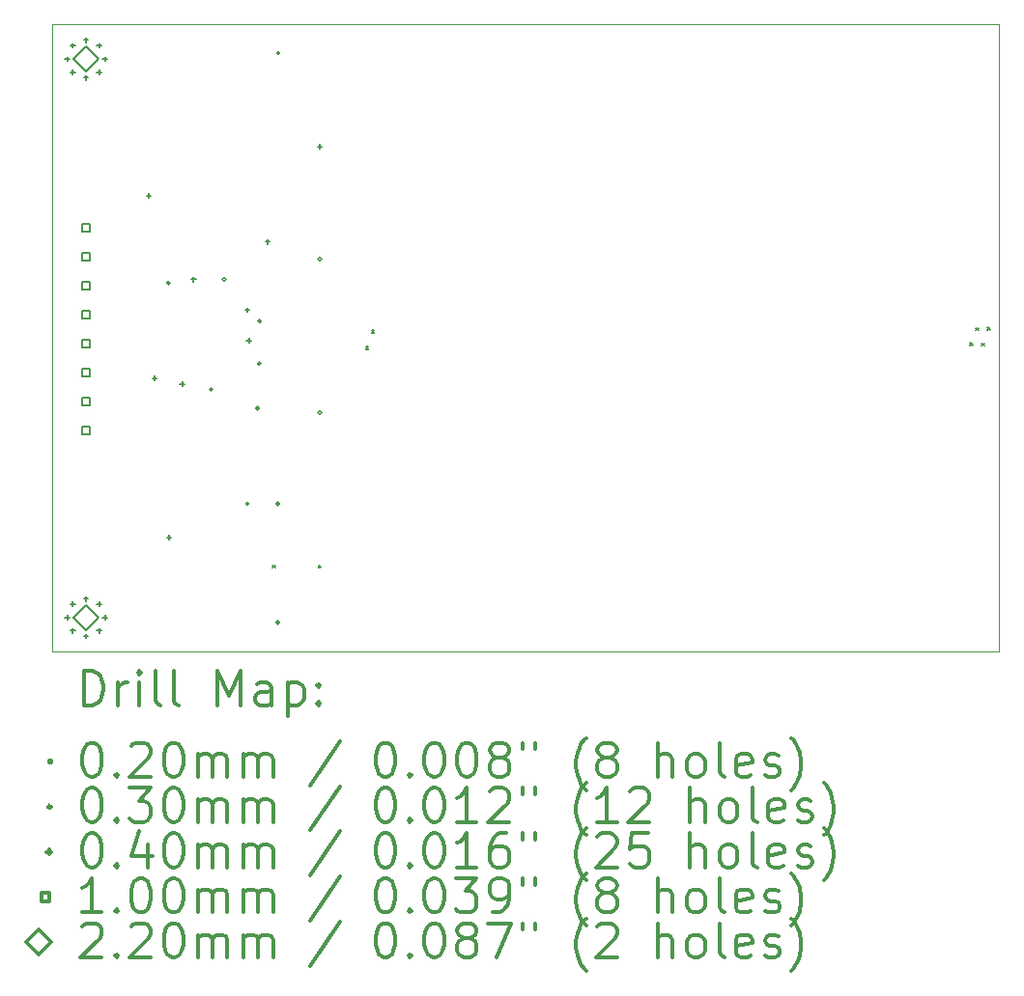
<source format=gbr>
%FSLAX45Y45*%
G04 Gerber Fmt 4.5, Leading zero omitted, Abs format (unit mm)*
G04 Created by KiCad (PCBNEW (5.1.2)-2) date 2023-01-06 17:13:01*
%MOMM*%
%LPD*%
G04 APERTURE LIST*
%ADD10C,0.100000*%
%ADD11C,0.200000*%
%ADD12C,0.300000*%
G04 APERTURE END LIST*
D10*
X16555000Y-12700000D02*
X8255000Y-12700000D01*
X16555000Y-7200000D02*
X16555000Y-12700000D01*
X8255000Y-7200000D02*
X16555000Y-7200000D01*
X8255000Y-12700000D02*
X8255000Y-7200000D01*
D11*
X10190640Y-11947050D02*
X10210640Y-11967050D01*
X10210640Y-11947050D02*
X10190640Y-11967050D01*
X10595770Y-11947050D02*
X10615770Y-11967050D01*
X10615770Y-11947050D02*
X10595770Y-11967050D01*
X11009600Y-10028080D02*
X11029600Y-10048080D01*
X11029600Y-10028080D02*
X11009600Y-10048080D01*
X11060400Y-9882030D02*
X11080400Y-9902030D01*
X11080400Y-9882030D02*
X11060400Y-9902030D01*
X16305500Y-9993790D02*
X16325500Y-10013790D01*
X16325500Y-9993790D02*
X16305500Y-10013790D01*
X16356300Y-9859170D02*
X16376300Y-9879170D01*
X16376300Y-9859170D02*
X16356300Y-9879170D01*
X16407100Y-9996330D02*
X16427100Y-10016330D01*
X16427100Y-9996330D02*
X16407100Y-10016330D01*
X16456630Y-9857900D02*
X16476630Y-9877900D01*
X16476630Y-9857900D02*
X16456630Y-9877900D01*
X9292236Y-9467964D02*
G75*
G03X9292236Y-9467964I-15000J0D01*
G01*
X9667000Y-10401300D02*
G75*
G03X9667000Y-10401300I-15000J0D01*
G01*
X9781300Y-9436100D02*
G75*
G03X9781300Y-9436100I-15000J0D01*
G01*
X9984500Y-11404600D02*
G75*
G03X9984500Y-11404600I-15000J0D01*
G01*
X10073400Y-10566400D02*
G75*
G03X10073400Y-10566400I-15000J0D01*
G01*
X10087370Y-10173970D02*
G75*
G03X10087370Y-10173970I-15000J0D01*
G01*
X10093720Y-9801860D02*
G75*
G03X10093720Y-9801860I-15000J0D01*
G01*
X10251200Y-11404600D02*
G75*
G03X10251200Y-11404600I-15000J0D01*
G01*
X10251200Y-12446000D02*
G75*
G03X10251200Y-12446000I-15000J0D01*
G01*
X10256100Y-7450000D02*
G75*
G03X10256100Y-7450000I-15000J0D01*
G01*
X10619500Y-9258300D02*
G75*
G03X10619500Y-9258300I-15000J0D01*
G01*
X10619500Y-10604500D02*
G75*
G03X10619500Y-10604500I-15000J0D01*
G01*
X9105900Y-8679500D02*
X9105900Y-8719500D01*
X9085900Y-8699500D02*
X9125900Y-8699500D01*
X9156700Y-10279700D02*
X9156700Y-10319700D01*
X9136700Y-10299700D02*
X9176700Y-10299700D01*
X9283700Y-11676700D02*
X9283700Y-11716700D01*
X9263700Y-11696700D02*
X9303700Y-11696700D01*
X9398000Y-10330500D02*
X9398000Y-10370500D01*
X9378000Y-10350500D02*
X9418000Y-10350500D01*
X9498639Y-9415139D02*
X9498639Y-9455139D01*
X9478639Y-9435139D02*
X9518639Y-9435139D01*
X9969500Y-9682800D02*
X9969500Y-9722800D01*
X9949500Y-9702800D02*
X9989500Y-9702800D01*
X9982200Y-9949500D02*
X9982200Y-9989500D01*
X9962200Y-9969500D02*
X10002200Y-9969500D01*
X10146400Y-9085000D02*
X10146400Y-9125000D01*
X10126400Y-9105000D02*
X10166400Y-9105000D01*
X10604500Y-8247700D02*
X10604500Y-8287700D01*
X10584500Y-8267700D02*
X10624500Y-8267700D01*
X8390000Y-12380000D02*
X8390000Y-12420000D01*
X8370000Y-12400000D02*
X8410000Y-12400000D01*
X8438327Y-12263327D02*
X8438327Y-12303327D01*
X8418327Y-12283327D02*
X8458327Y-12283327D01*
X8438327Y-12496673D02*
X8438327Y-12536673D01*
X8418327Y-12516673D02*
X8458327Y-12516673D01*
X8555000Y-12215000D02*
X8555000Y-12255000D01*
X8535000Y-12235000D02*
X8575000Y-12235000D01*
X8555000Y-12545000D02*
X8555000Y-12585000D01*
X8535000Y-12565000D02*
X8575000Y-12565000D01*
X8671673Y-12263327D02*
X8671673Y-12303327D01*
X8651673Y-12283327D02*
X8691673Y-12283327D01*
X8671673Y-12496673D02*
X8671673Y-12536673D01*
X8651673Y-12516673D02*
X8691673Y-12516673D01*
X8720000Y-12380000D02*
X8720000Y-12420000D01*
X8700000Y-12400000D02*
X8740000Y-12400000D01*
X8390000Y-7480000D02*
X8390000Y-7520000D01*
X8370000Y-7500000D02*
X8410000Y-7500000D01*
X8438327Y-7363327D02*
X8438327Y-7403327D01*
X8418327Y-7383327D02*
X8458327Y-7383327D01*
X8438327Y-7596673D02*
X8438327Y-7636673D01*
X8418327Y-7616673D02*
X8458327Y-7616673D01*
X8555000Y-7315000D02*
X8555000Y-7355000D01*
X8535000Y-7335000D02*
X8575000Y-7335000D01*
X8555000Y-7645000D02*
X8555000Y-7685000D01*
X8535000Y-7665000D02*
X8575000Y-7665000D01*
X8671673Y-7363327D02*
X8671673Y-7403327D01*
X8651673Y-7383327D02*
X8691673Y-7383327D01*
X8671673Y-7596673D02*
X8671673Y-7636673D01*
X8651673Y-7616673D02*
X8691673Y-7616673D01*
X8720000Y-7480000D02*
X8720000Y-7520000D01*
X8700000Y-7500000D02*
X8740000Y-7500000D01*
X8590356Y-9019356D02*
X8590356Y-8948644D01*
X8519644Y-8948644D01*
X8519644Y-9019356D01*
X8590356Y-9019356D01*
X8590356Y-9273356D02*
X8590356Y-9202644D01*
X8519644Y-9202644D01*
X8519644Y-9273356D01*
X8590356Y-9273356D01*
X8590356Y-9527356D02*
X8590356Y-9456644D01*
X8519644Y-9456644D01*
X8519644Y-9527356D01*
X8590356Y-9527356D01*
X8590356Y-9781356D02*
X8590356Y-9710644D01*
X8519644Y-9710644D01*
X8519644Y-9781356D01*
X8590356Y-9781356D01*
X8590356Y-10035356D02*
X8590356Y-9964644D01*
X8519644Y-9964644D01*
X8519644Y-10035356D01*
X8590356Y-10035356D01*
X8590356Y-10289356D02*
X8590356Y-10218644D01*
X8519644Y-10218644D01*
X8519644Y-10289356D01*
X8590356Y-10289356D01*
X8590356Y-10543356D02*
X8590356Y-10472644D01*
X8519644Y-10472644D01*
X8519644Y-10543356D01*
X8590356Y-10543356D01*
X8590356Y-10797356D02*
X8590356Y-10726644D01*
X8519644Y-10726644D01*
X8519644Y-10797356D01*
X8590356Y-10797356D01*
X8555000Y-12510000D02*
X8665000Y-12400000D01*
X8555000Y-12290000D01*
X8445000Y-12400000D01*
X8555000Y-12510000D01*
X8555000Y-7610000D02*
X8665000Y-7500000D01*
X8555000Y-7390000D01*
X8445000Y-7500000D01*
X8555000Y-7610000D01*
D12*
X8536428Y-13170714D02*
X8536428Y-12870714D01*
X8607857Y-12870714D01*
X8650714Y-12885000D01*
X8679286Y-12913571D01*
X8693571Y-12942143D01*
X8707857Y-12999286D01*
X8707857Y-13042143D01*
X8693571Y-13099286D01*
X8679286Y-13127857D01*
X8650714Y-13156429D01*
X8607857Y-13170714D01*
X8536428Y-13170714D01*
X8836428Y-13170714D02*
X8836428Y-12970714D01*
X8836428Y-13027857D02*
X8850714Y-12999286D01*
X8865000Y-12985000D01*
X8893571Y-12970714D01*
X8922143Y-12970714D01*
X9022143Y-13170714D02*
X9022143Y-12970714D01*
X9022143Y-12870714D02*
X9007857Y-12885000D01*
X9022143Y-12899286D01*
X9036428Y-12885000D01*
X9022143Y-12870714D01*
X9022143Y-12899286D01*
X9207857Y-13170714D02*
X9179286Y-13156429D01*
X9165000Y-13127857D01*
X9165000Y-12870714D01*
X9365000Y-13170714D02*
X9336428Y-13156429D01*
X9322143Y-13127857D01*
X9322143Y-12870714D01*
X9707857Y-13170714D02*
X9707857Y-12870714D01*
X9807857Y-13085000D01*
X9907857Y-12870714D01*
X9907857Y-13170714D01*
X10179286Y-13170714D02*
X10179286Y-13013571D01*
X10165000Y-12985000D01*
X10136428Y-12970714D01*
X10079286Y-12970714D01*
X10050714Y-12985000D01*
X10179286Y-13156429D02*
X10150714Y-13170714D01*
X10079286Y-13170714D01*
X10050714Y-13156429D01*
X10036428Y-13127857D01*
X10036428Y-13099286D01*
X10050714Y-13070714D01*
X10079286Y-13056429D01*
X10150714Y-13056429D01*
X10179286Y-13042143D01*
X10322143Y-12970714D02*
X10322143Y-13270714D01*
X10322143Y-12985000D02*
X10350714Y-12970714D01*
X10407857Y-12970714D01*
X10436428Y-12985000D01*
X10450714Y-12999286D01*
X10465000Y-13027857D01*
X10465000Y-13113571D01*
X10450714Y-13142143D01*
X10436428Y-13156429D01*
X10407857Y-13170714D01*
X10350714Y-13170714D01*
X10322143Y-13156429D01*
X10593571Y-13142143D02*
X10607857Y-13156429D01*
X10593571Y-13170714D01*
X10579286Y-13156429D01*
X10593571Y-13142143D01*
X10593571Y-13170714D01*
X10593571Y-12985000D02*
X10607857Y-12999286D01*
X10593571Y-13013571D01*
X10579286Y-12999286D01*
X10593571Y-12985000D01*
X10593571Y-13013571D01*
X8230000Y-13655000D02*
X8250000Y-13675000D01*
X8250000Y-13655000D02*
X8230000Y-13675000D01*
X8593571Y-13500714D02*
X8622143Y-13500714D01*
X8650714Y-13515000D01*
X8665000Y-13529286D01*
X8679286Y-13557857D01*
X8693571Y-13615000D01*
X8693571Y-13686429D01*
X8679286Y-13743571D01*
X8665000Y-13772143D01*
X8650714Y-13786429D01*
X8622143Y-13800714D01*
X8593571Y-13800714D01*
X8565000Y-13786429D01*
X8550714Y-13772143D01*
X8536428Y-13743571D01*
X8522143Y-13686429D01*
X8522143Y-13615000D01*
X8536428Y-13557857D01*
X8550714Y-13529286D01*
X8565000Y-13515000D01*
X8593571Y-13500714D01*
X8822143Y-13772143D02*
X8836428Y-13786429D01*
X8822143Y-13800714D01*
X8807857Y-13786429D01*
X8822143Y-13772143D01*
X8822143Y-13800714D01*
X8950714Y-13529286D02*
X8965000Y-13515000D01*
X8993571Y-13500714D01*
X9065000Y-13500714D01*
X9093571Y-13515000D01*
X9107857Y-13529286D01*
X9122143Y-13557857D01*
X9122143Y-13586429D01*
X9107857Y-13629286D01*
X8936428Y-13800714D01*
X9122143Y-13800714D01*
X9307857Y-13500714D02*
X9336428Y-13500714D01*
X9365000Y-13515000D01*
X9379286Y-13529286D01*
X9393571Y-13557857D01*
X9407857Y-13615000D01*
X9407857Y-13686429D01*
X9393571Y-13743571D01*
X9379286Y-13772143D01*
X9365000Y-13786429D01*
X9336428Y-13800714D01*
X9307857Y-13800714D01*
X9279286Y-13786429D01*
X9265000Y-13772143D01*
X9250714Y-13743571D01*
X9236428Y-13686429D01*
X9236428Y-13615000D01*
X9250714Y-13557857D01*
X9265000Y-13529286D01*
X9279286Y-13515000D01*
X9307857Y-13500714D01*
X9536428Y-13800714D02*
X9536428Y-13600714D01*
X9536428Y-13629286D02*
X9550714Y-13615000D01*
X9579286Y-13600714D01*
X9622143Y-13600714D01*
X9650714Y-13615000D01*
X9665000Y-13643571D01*
X9665000Y-13800714D01*
X9665000Y-13643571D02*
X9679286Y-13615000D01*
X9707857Y-13600714D01*
X9750714Y-13600714D01*
X9779286Y-13615000D01*
X9793571Y-13643571D01*
X9793571Y-13800714D01*
X9936428Y-13800714D02*
X9936428Y-13600714D01*
X9936428Y-13629286D02*
X9950714Y-13615000D01*
X9979286Y-13600714D01*
X10022143Y-13600714D01*
X10050714Y-13615000D01*
X10065000Y-13643571D01*
X10065000Y-13800714D01*
X10065000Y-13643571D02*
X10079286Y-13615000D01*
X10107857Y-13600714D01*
X10150714Y-13600714D01*
X10179286Y-13615000D01*
X10193571Y-13643571D01*
X10193571Y-13800714D01*
X10779286Y-13486429D02*
X10522143Y-13872143D01*
X11165000Y-13500714D02*
X11193571Y-13500714D01*
X11222143Y-13515000D01*
X11236428Y-13529286D01*
X11250714Y-13557857D01*
X11265000Y-13615000D01*
X11265000Y-13686429D01*
X11250714Y-13743571D01*
X11236428Y-13772143D01*
X11222143Y-13786429D01*
X11193571Y-13800714D01*
X11165000Y-13800714D01*
X11136428Y-13786429D01*
X11122143Y-13772143D01*
X11107857Y-13743571D01*
X11093571Y-13686429D01*
X11093571Y-13615000D01*
X11107857Y-13557857D01*
X11122143Y-13529286D01*
X11136428Y-13515000D01*
X11165000Y-13500714D01*
X11393571Y-13772143D02*
X11407857Y-13786429D01*
X11393571Y-13800714D01*
X11379286Y-13786429D01*
X11393571Y-13772143D01*
X11393571Y-13800714D01*
X11593571Y-13500714D02*
X11622143Y-13500714D01*
X11650714Y-13515000D01*
X11665000Y-13529286D01*
X11679286Y-13557857D01*
X11693571Y-13615000D01*
X11693571Y-13686429D01*
X11679286Y-13743571D01*
X11665000Y-13772143D01*
X11650714Y-13786429D01*
X11622143Y-13800714D01*
X11593571Y-13800714D01*
X11565000Y-13786429D01*
X11550714Y-13772143D01*
X11536428Y-13743571D01*
X11522143Y-13686429D01*
X11522143Y-13615000D01*
X11536428Y-13557857D01*
X11550714Y-13529286D01*
X11565000Y-13515000D01*
X11593571Y-13500714D01*
X11879286Y-13500714D02*
X11907857Y-13500714D01*
X11936428Y-13515000D01*
X11950714Y-13529286D01*
X11965000Y-13557857D01*
X11979286Y-13615000D01*
X11979286Y-13686429D01*
X11965000Y-13743571D01*
X11950714Y-13772143D01*
X11936428Y-13786429D01*
X11907857Y-13800714D01*
X11879286Y-13800714D01*
X11850714Y-13786429D01*
X11836428Y-13772143D01*
X11822143Y-13743571D01*
X11807857Y-13686429D01*
X11807857Y-13615000D01*
X11822143Y-13557857D01*
X11836428Y-13529286D01*
X11850714Y-13515000D01*
X11879286Y-13500714D01*
X12150714Y-13629286D02*
X12122143Y-13615000D01*
X12107857Y-13600714D01*
X12093571Y-13572143D01*
X12093571Y-13557857D01*
X12107857Y-13529286D01*
X12122143Y-13515000D01*
X12150714Y-13500714D01*
X12207857Y-13500714D01*
X12236428Y-13515000D01*
X12250714Y-13529286D01*
X12265000Y-13557857D01*
X12265000Y-13572143D01*
X12250714Y-13600714D01*
X12236428Y-13615000D01*
X12207857Y-13629286D01*
X12150714Y-13629286D01*
X12122143Y-13643571D01*
X12107857Y-13657857D01*
X12093571Y-13686429D01*
X12093571Y-13743571D01*
X12107857Y-13772143D01*
X12122143Y-13786429D01*
X12150714Y-13800714D01*
X12207857Y-13800714D01*
X12236428Y-13786429D01*
X12250714Y-13772143D01*
X12265000Y-13743571D01*
X12265000Y-13686429D01*
X12250714Y-13657857D01*
X12236428Y-13643571D01*
X12207857Y-13629286D01*
X12379286Y-13500714D02*
X12379286Y-13557857D01*
X12493571Y-13500714D02*
X12493571Y-13557857D01*
X12936428Y-13915000D02*
X12922143Y-13900714D01*
X12893571Y-13857857D01*
X12879286Y-13829286D01*
X12865000Y-13786429D01*
X12850714Y-13715000D01*
X12850714Y-13657857D01*
X12865000Y-13586429D01*
X12879286Y-13543571D01*
X12893571Y-13515000D01*
X12922143Y-13472143D01*
X12936428Y-13457857D01*
X13093571Y-13629286D02*
X13065000Y-13615000D01*
X13050714Y-13600714D01*
X13036428Y-13572143D01*
X13036428Y-13557857D01*
X13050714Y-13529286D01*
X13065000Y-13515000D01*
X13093571Y-13500714D01*
X13150714Y-13500714D01*
X13179286Y-13515000D01*
X13193571Y-13529286D01*
X13207857Y-13557857D01*
X13207857Y-13572143D01*
X13193571Y-13600714D01*
X13179286Y-13615000D01*
X13150714Y-13629286D01*
X13093571Y-13629286D01*
X13065000Y-13643571D01*
X13050714Y-13657857D01*
X13036428Y-13686429D01*
X13036428Y-13743571D01*
X13050714Y-13772143D01*
X13065000Y-13786429D01*
X13093571Y-13800714D01*
X13150714Y-13800714D01*
X13179286Y-13786429D01*
X13193571Y-13772143D01*
X13207857Y-13743571D01*
X13207857Y-13686429D01*
X13193571Y-13657857D01*
X13179286Y-13643571D01*
X13150714Y-13629286D01*
X13565000Y-13800714D02*
X13565000Y-13500714D01*
X13693571Y-13800714D02*
X13693571Y-13643571D01*
X13679286Y-13615000D01*
X13650714Y-13600714D01*
X13607857Y-13600714D01*
X13579286Y-13615000D01*
X13565000Y-13629286D01*
X13879286Y-13800714D02*
X13850714Y-13786429D01*
X13836428Y-13772143D01*
X13822143Y-13743571D01*
X13822143Y-13657857D01*
X13836428Y-13629286D01*
X13850714Y-13615000D01*
X13879286Y-13600714D01*
X13922143Y-13600714D01*
X13950714Y-13615000D01*
X13965000Y-13629286D01*
X13979286Y-13657857D01*
X13979286Y-13743571D01*
X13965000Y-13772143D01*
X13950714Y-13786429D01*
X13922143Y-13800714D01*
X13879286Y-13800714D01*
X14150714Y-13800714D02*
X14122143Y-13786429D01*
X14107857Y-13757857D01*
X14107857Y-13500714D01*
X14379286Y-13786429D02*
X14350714Y-13800714D01*
X14293571Y-13800714D01*
X14265000Y-13786429D01*
X14250714Y-13757857D01*
X14250714Y-13643571D01*
X14265000Y-13615000D01*
X14293571Y-13600714D01*
X14350714Y-13600714D01*
X14379286Y-13615000D01*
X14393571Y-13643571D01*
X14393571Y-13672143D01*
X14250714Y-13700714D01*
X14507857Y-13786429D02*
X14536428Y-13800714D01*
X14593571Y-13800714D01*
X14622143Y-13786429D01*
X14636428Y-13757857D01*
X14636428Y-13743571D01*
X14622143Y-13715000D01*
X14593571Y-13700714D01*
X14550714Y-13700714D01*
X14522143Y-13686429D01*
X14507857Y-13657857D01*
X14507857Y-13643571D01*
X14522143Y-13615000D01*
X14550714Y-13600714D01*
X14593571Y-13600714D01*
X14622143Y-13615000D01*
X14736428Y-13915000D02*
X14750714Y-13900714D01*
X14779286Y-13857857D01*
X14793571Y-13829286D01*
X14807857Y-13786429D01*
X14822143Y-13715000D01*
X14822143Y-13657857D01*
X14807857Y-13586429D01*
X14793571Y-13543571D01*
X14779286Y-13515000D01*
X14750714Y-13472143D01*
X14736428Y-13457857D01*
X8250000Y-14061000D02*
G75*
G03X8250000Y-14061000I-15000J0D01*
G01*
X8593571Y-13896714D02*
X8622143Y-13896714D01*
X8650714Y-13911000D01*
X8665000Y-13925286D01*
X8679286Y-13953857D01*
X8693571Y-14011000D01*
X8693571Y-14082429D01*
X8679286Y-14139571D01*
X8665000Y-14168143D01*
X8650714Y-14182429D01*
X8622143Y-14196714D01*
X8593571Y-14196714D01*
X8565000Y-14182429D01*
X8550714Y-14168143D01*
X8536428Y-14139571D01*
X8522143Y-14082429D01*
X8522143Y-14011000D01*
X8536428Y-13953857D01*
X8550714Y-13925286D01*
X8565000Y-13911000D01*
X8593571Y-13896714D01*
X8822143Y-14168143D02*
X8836428Y-14182429D01*
X8822143Y-14196714D01*
X8807857Y-14182429D01*
X8822143Y-14168143D01*
X8822143Y-14196714D01*
X8936428Y-13896714D02*
X9122143Y-13896714D01*
X9022143Y-14011000D01*
X9065000Y-14011000D01*
X9093571Y-14025286D01*
X9107857Y-14039571D01*
X9122143Y-14068143D01*
X9122143Y-14139571D01*
X9107857Y-14168143D01*
X9093571Y-14182429D01*
X9065000Y-14196714D01*
X8979286Y-14196714D01*
X8950714Y-14182429D01*
X8936428Y-14168143D01*
X9307857Y-13896714D02*
X9336428Y-13896714D01*
X9365000Y-13911000D01*
X9379286Y-13925286D01*
X9393571Y-13953857D01*
X9407857Y-14011000D01*
X9407857Y-14082429D01*
X9393571Y-14139571D01*
X9379286Y-14168143D01*
X9365000Y-14182429D01*
X9336428Y-14196714D01*
X9307857Y-14196714D01*
X9279286Y-14182429D01*
X9265000Y-14168143D01*
X9250714Y-14139571D01*
X9236428Y-14082429D01*
X9236428Y-14011000D01*
X9250714Y-13953857D01*
X9265000Y-13925286D01*
X9279286Y-13911000D01*
X9307857Y-13896714D01*
X9536428Y-14196714D02*
X9536428Y-13996714D01*
X9536428Y-14025286D02*
X9550714Y-14011000D01*
X9579286Y-13996714D01*
X9622143Y-13996714D01*
X9650714Y-14011000D01*
X9665000Y-14039571D01*
X9665000Y-14196714D01*
X9665000Y-14039571D02*
X9679286Y-14011000D01*
X9707857Y-13996714D01*
X9750714Y-13996714D01*
X9779286Y-14011000D01*
X9793571Y-14039571D01*
X9793571Y-14196714D01*
X9936428Y-14196714D02*
X9936428Y-13996714D01*
X9936428Y-14025286D02*
X9950714Y-14011000D01*
X9979286Y-13996714D01*
X10022143Y-13996714D01*
X10050714Y-14011000D01*
X10065000Y-14039571D01*
X10065000Y-14196714D01*
X10065000Y-14039571D02*
X10079286Y-14011000D01*
X10107857Y-13996714D01*
X10150714Y-13996714D01*
X10179286Y-14011000D01*
X10193571Y-14039571D01*
X10193571Y-14196714D01*
X10779286Y-13882429D02*
X10522143Y-14268143D01*
X11165000Y-13896714D02*
X11193571Y-13896714D01*
X11222143Y-13911000D01*
X11236428Y-13925286D01*
X11250714Y-13953857D01*
X11265000Y-14011000D01*
X11265000Y-14082429D01*
X11250714Y-14139571D01*
X11236428Y-14168143D01*
X11222143Y-14182429D01*
X11193571Y-14196714D01*
X11165000Y-14196714D01*
X11136428Y-14182429D01*
X11122143Y-14168143D01*
X11107857Y-14139571D01*
X11093571Y-14082429D01*
X11093571Y-14011000D01*
X11107857Y-13953857D01*
X11122143Y-13925286D01*
X11136428Y-13911000D01*
X11165000Y-13896714D01*
X11393571Y-14168143D02*
X11407857Y-14182429D01*
X11393571Y-14196714D01*
X11379286Y-14182429D01*
X11393571Y-14168143D01*
X11393571Y-14196714D01*
X11593571Y-13896714D02*
X11622143Y-13896714D01*
X11650714Y-13911000D01*
X11665000Y-13925286D01*
X11679286Y-13953857D01*
X11693571Y-14011000D01*
X11693571Y-14082429D01*
X11679286Y-14139571D01*
X11665000Y-14168143D01*
X11650714Y-14182429D01*
X11622143Y-14196714D01*
X11593571Y-14196714D01*
X11565000Y-14182429D01*
X11550714Y-14168143D01*
X11536428Y-14139571D01*
X11522143Y-14082429D01*
X11522143Y-14011000D01*
X11536428Y-13953857D01*
X11550714Y-13925286D01*
X11565000Y-13911000D01*
X11593571Y-13896714D01*
X11979286Y-14196714D02*
X11807857Y-14196714D01*
X11893571Y-14196714D02*
X11893571Y-13896714D01*
X11865000Y-13939571D01*
X11836428Y-13968143D01*
X11807857Y-13982429D01*
X12093571Y-13925286D02*
X12107857Y-13911000D01*
X12136428Y-13896714D01*
X12207857Y-13896714D01*
X12236428Y-13911000D01*
X12250714Y-13925286D01*
X12265000Y-13953857D01*
X12265000Y-13982429D01*
X12250714Y-14025286D01*
X12079286Y-14196714D01*
X12265000Y-14196714D01*
X12379286Y-13896714D02*
X12379286Y-13953857D01*
X12493571Y-13896714D02*
X12493571Y-13953857D01*
X12936428Y-14311000D02*
X12922143Y-14296714D01*
X12893571Y-14253857D01*
X12879286Y-14225286D01*
X12865000Y-14182429D01*
X12850714Y-14111000D01*
X12850714Y-14053857D01*
X12865000Y-13982429D01*
X12879286Y-13939571D01*
X12893571Y-13911000D01*
X12922143Y-13868143D01*
X12936428Y-13853857D01*
X13207857Y-14196714D02*
X13036428Y-14196714D01*
X13122143Y-14196714D02*
X13122143Y-13896714D01*
X13093571Y-13939571D01*
X13065000Y-13968143D01*
X13036428Y-13982429D01*
X13322143Y-13925286D02*
X13336428Y-13911000D01*
X13365000Y-13896714D01*
X13436428Y-13896714D01*
X13465000Y-13911000D01*
X13479286Y-13925286D01*
X13493571Y-13953857D01*
X13493571Y-13982429D01*
X13479286Y-14025286D01*
X13307857Y-14196714D01*
X13493571Y-14196714D01*
X13850714Y-14196714D02*
X13850714Y-13896714D01*
X13979286Y-14196714D02*
X13979286Y-14039571D01*
X13965000Y-14011000D01*
X13936428Y-13996714D01*
X13893571Y-13996714D01*
X13865000Y-14011000D01*
X13850714Y-14025286D01*
X14165000Y-14196714D02*
X14136428Y-14182429D01*
X14122143Y-14168143D01*
X14107857Y-14139571D01*
X14107857Y-14053857D01*
X14122143Y-14025286D01*
X14136428Y-14011000D01*
X14165000Y-13996714D01*
X14207857Y-13996714D01*
X14236428Y-14011000D01*
X14250714Y-14025286D01*
X14265000Y-14053857D01*
X14265000Y-14139571D01*
X14250714Y-14168143D01*
X14236428Y-14182429D01*
X14207857Y-14196714D01*
X14165000Y-14196714D01*
X14436428Y-14196714D02*
X14407857Y-14182429D01*
X14393571Y-14153857D01*
X14393571Y-13896714D01*
X14665000Y-14182429D02*
X14636428Y-14196714D01*
X14579286Y-14196714D01*
X14550714Y-14182429D01*
X14536428Y-14153857D01*
X14536428Y-14039571D01*
X14550714Y-14011000D01*
X14579286Y-13996714D01*
X14636428Y-13996714D01*
X14665000Y-14011000D01*
X14679286Y-14039571D01*
X14679286Y-14068143D01*
X14536428Y-14096714D01*
X14793571Y-14182429D02*
X14822143Y-14196714D01*
X14879286Y-14196714D01*
X14907857Y-14182429D01*
X14922143Y-14153857D01*
X14922143Y-14139571D01*
X14907857Y-14111000D01*
X14879286Y-14096714D01*
X14836428Y-14096714D01*
X14807857Y-14082429D01*
X14793571Y-14053857D01*
X14793571Y-14039571D01*
X14807857Y-14011000D01*
X14836428Y-13996714D01*
X14879286Y-13996714D01*
X14907857Y-14011000D01*
X15022143Y-14311000D02*
X15036428Y-14296714D01*
X15065000Y-14253857D01*
X15079286Y-14225286D01*
X15093571Y-14182429D01*
X15107857Y-14111000D01*
X15107857Y-14053857D01*
X15093571Y-13982429D01*
X15079286Y-13939571D01*
X15065000Y-13911000D01*
X15036428Y-13868143D01*
X15022143Y-13853857D01*
X8230000Y-14437000D02*
X8230000Y-14477000D01*
X8210000Y-14457000D02*
X8250000Y-14457000D01*
X8593571Y-14292714D02*
X8622143Y-14292714D01*
X8650714Y-14307000D01*
X8665000Y-14321286D01*
X8679286Y-14349857D01*
X8693571Y-14407000D01*
X8693571Y-14478429D01*
X8679286Y-14535571D01*
X8665000Y-14564143D01*
X8650714Y-14578429D01*
X8622143Y-14592714D01*
X8593571Y-14592714D01*
X8565000Y-14578429D01*
X8550714Y-14564143D01*
X8536428Y-14535571D01*
X8522143Y-14478429D01*
X8522143Y-14407000D01*
X8536428Y-14349857D01*
X8550714Y-14321286D01*
X8565000Y-14307000D01*
X8593571Y-14292714D01*
X8822143Y-14564143D02*
X8836428Y-14578429D01*
X8822143Y-14592714D01*
X8807857Y-14578429D01*
X8822143Y-14564143D01*
X8822143Y-14592714D01*
X9093571Y-14392714D02*
X9093571Y-14592714D01*
X9022143Y-14278429D02*
X8950714Y-14492714D01*
X9136428Y-14492714D01*
X9307857Y-14292714D02*
X9336428Y-14292714D01*
X9365000Y-14307000D01*
X9379286Y-14321286D01*
X9393571Y-14349857D01*
X9407857Y-14407000D01*
X9407857Y-14478429D01*
X9393571Y-14535571D01*
X9379286Y-14564143D01*
X9365000Y-14578429D01*
X9336428Y-14592714D01*
X9307857Y-14592714D01*
X9279286Y-14578429D01*
X9265000Y-14564143D01*
X9250714Y-14535571D01*
X9236428Y-14478429D01*
X9236428Y-14407000D01*
X9250714Y-14349857D01*
X9265000Y-14321286D01*
X9279286Y-14307000D01*
X9307857Y-14292714D01*
X9536428Y-14592714D02*
X9536428Y-14392714D01*
X9536428Y-14421286D02*
X9550714Y-14407000D01*
X9579286Y-14392714D01*
X9622143Y-14392714D01*
X9650714Y-14407000D01*
X9665000Y-14435571D01*
X9665000Y-14592714D01*
X9665000Y-14435571D02*
X9679286Y-14407000D01*
X9707857Y-14392714D01*
X9750714Y-14392714D01*
X9779286Y-14407000D01*
X9793571Y-14435571D01*
X9793571Y-14592714D01*
X9936428Y-14592714D02*
X9936428Y-14392714D01*
X9936428Y-14421286D02*
X9950714Y-14407000D01*
X9979286Y-14392714D01*
X10022143Y-14392714D01*
X10050714Y-14407000D01*
X10065000Y-14435571D01*
X10065000Y-14592714D01*
X10065000Y-14435571D02*
X10079286Y-14407000D01*
X10107857Y-14392714D01*
X10150714Y-14392714D01*
X10179286Y-14407000D01*
X10193571Y-14435571D01*
X10193571Y-14592714D01*
X10779286Y-14278429D02*
X10522143Y-14664143D01*
X11165000Y-14292714D02*
X11193571Y-14292714D01*
X11222143Y-14307000D01*
X11236428Y-14321286D01*
X11250714Y-14349857D01*
X11265000Y-14407000D01*
X11265000Y-14478429D01*
X11250714Y-14535571D01*
X11236428Y-14564143D01*
X11222143Y-14578429D01*
X11193571Y-14592714D01*
X11165000Y-14592714D01*
X11136428Y-14578429D01*
X11122143Y-14564143D01*
X11107857Y-14535571D01*
X11093571Y-14478429D01*
X11093571Y-14407000D01*
X11107857Y-14349857D01*
X11122143Y-14321286D01*
X11136428Y-14307000D01*
X11165000Y-14292714D01*
X11393571Y-14564143D02*
X11407857Y-14578429D01*
X11393571Y-14592714D01*
X11379286Y-14578429D01*
X11393571Y-14564143D01*
X11393571Y-14592714D01*
X11593571Y-14292714D02*
X11622143Y-14292714D01*
X11650714Y-14307000D01*
X11665000Y-14321286D01*
X11679286Y-14349857D01*
X11693571Y-14407000D01*
X11693571Y-14478429D01*
X11679286Y-14535571D01*
X11665000Y-14564143D01*
X11650714Y-14578429D01*
X11622143Y-14592714D01*
X11593571Y-14592714D01*
X11565000Y-14578429D01*
X11550714Y-14564143D01*
X11536428Y-14535571D01*
X11522143Y-14478429D01*
X11522143Y-14407000D01*
X11536428Y-14349857D01*
X11550714Y-14321286D01*
X11565000Y-14307000D01*
X11593571Y-14292714D01*
X11979286Y-14592714D02*
X11807857Y-14592714D01*
X11893571Y-14592714D02*
X11893571Y-14292714D01*
X11865000Y-14335571D01*
X11836428Y-14364143D01*
X11807857Y-14378429D01*
X12236428Y-14292714D02*
X12179286Y-14292714D01*
X12150714Y-14307000D01*
X12136428Y-14321286D01*
X12107857Y-14364143D01*
X12093571Y-14421286D01*
X12093571Y-14535571D01*
X12107857Y-14564143D01*
X12122143Y-14578429D01*
X12150714Y-14592714D01*
X12207857Y-14592714D01*
X12236428Y-14578429D01*
X12250714Y-14564143D01*
X12265000Y-14535571D01*
X12265000Y-14464143D01*
X12250714Y-14435571D01*
X12236428Y-14421286D01*
X12207857Y-14407000D01*
X12150714Y-14407000D01*
X12122143Y-14421286D01*
X12107857Y-14435571D01*
X12093571Y-14464143D01*
X12379286Y-14292714D02*
X12379286Y-14349857D01*
X12493571Y-14292714D02*
X12493571Y-14349857D01*
X12936428Y-14707000D02*
X12922143Y-14692714D01*
X12893571Y-14649857D01*
X12879286Y-14621286D01*
X12865000Y-14578429D01*
X12850714Y-14507000D01*
X12850714Y-14449857D01*
X12865000Y-14378429D01*
X12879286Y-14335571D01*
X12893571Y-14307000D01*
X12922143Y-14264143D01*
X12936428Y-14249857D01*
X13036428Y-14321286D02*
X13050714Y-14307000D01*
X13079286Y-14292714D01*
X13150714Y-14292714D01*
X13179286Y-14307000D01*
X13193571Y-14321286D01*
X13207857Y-14349857D01*
X13207857Y-14378429D01*
X13193571Y-14421286D01*
X13022143Y-14592714D01*
X13207857Y-14592714D01*
X13479286Y-14292714D02*
X13336428Y-14292714D01*
X13322143Y-14435571D01*
X13336428Y-14421286D01*
X13365000Y-14407000D01*
X13436428Y-14407000D01*
X13465000Y-14421286D01*
X13479286Y-14435571D01*
X13493571Y-14464143D01*
X13493571Y-14535571D01*
X13479286Y-14564143D01*
X13465000Y-14578429D01*
X13436428Y-14592714D01*
X13365000Y-14592714D01*
X13336428Y-14578429D01*
X13322143Y-14564143D01*
X13850714Y-14592714D02*
X13850714Y-14292714D01*
X13979286Y-14592714D02*
X13979286Y-14435571D01*
X13965000Y-14407000D01*
X13936428Y-14392714D01*
X13893571Y-14392714D01*
X13865000Y-14407000D01*
X13850714Y-14421286D01*
X14165000Y-14592714D02*
X14136428Y-14578429D01*
X14122143Y-14564143D01*
X14107857Y-14535571D01*
X14107857Y-14449857D01*
X14122143Y-14421286D01*
X14136428Y-14407000D01*
X14165000Y-14392714D01*
X14207857Y-14392714D01*
X14236428Y-14407000D01*
X14250714Y-14421286D01*
X14265000Y-14449857D01*
X14265000Y-14535571D01*
X14250714Y-14564143D01*
X14236428Y-14578429D01*
X14207857Y-14592714D01*
X14165000Y-14592714D01*
X14436428Y-14592714D02*
X14407857Y-14578429D01*
X14393571Y-14549857D01*
X14393571Y-14292714D01*
X14665000Y-14578429D02*
X14636428Y-14592714D01*
X14579286Y-14592714D01*
X14550714Y-14578429D01*
X14536428Y-14549857D01*
X14536428Y-14435571D01*
X14550714Y-14407000D01*
X14579286Y-14392714D01*
X14636428Y-14392714D01*
X14665000Y-14407000D01*
X14679286Y-14435571D01*
X14679286Y-14464143D01*
X14536428Y-14492714D01*
X14793571Y-14578429D02*
X14822143Y-14592714D01*
X14879286Y-14592714D01*
X14907857Y-14578429D01*
X14922143Y-14549857D01*
X14922143Y-14535571D01*
X14907857Y-14507000D01*
X14879286Y-14492714D01*
X14836428Y-14492714D01*
X14807857Y-14478429D01*
X14793571Y-14449857D01*
X14793571Y-14435571D01*
X14807857Y-14407000D01*
X14836428Y-14392714D01*
X14879286Y-14392714D01*
X14907857Y-14407000D01*
X15022143Y-14707000D02*
X15036428Y-14692714D01*
X15065000Y-14649857D01*
X15079286Y-14621286D01*
X15093571Y-14578429D01*
X15107857Y-14507000D01*
X15107857Y-14449857D01*
X15093571Y-14378429D01*
X15079286Y-14335571D01*
X15065000Y-14307000D01*
X15036428Y-14264143D01*
X15022143Y-14249857D01*
X8235356Y-14888356D02*
X8235356Y-14817644D01*
X8164644Y-14817644D01*
X8164644Y-14888356D01*
X8235356Y-14888356D01*
X8693571Y-14988714D02*
X8522143Y-14988714D01*
X8607857Y-14988714D02*
X8607857Y-14688714D01*
X8579286Y-14731571D01*
X8550714Y-14760143D01*
X8522143Y-14774429D01*
X8822143Y-14960143D02*
X8836428Y-14974429D01*
X8822143Y-14988714D01*
X8807857Y-14974429D01*
X8822143Y-14960143D01*
X8822143Y-14988714D01*
X9022143Y-14688714D02*
X9050714Y-14688714D01*
X9079286Y-14703000D01*
X9093571Y-14717286D01*
X9107857Y-14745857D01*
X9122143Y-14803000D01*
X9122143Y-14874429D01*
X9107857Y-14931571D01*
X9093571Y-14960143D01*
X9079286Y-14974429D01*
X9050714Y-14988714D01*
X9022143Y-14988714D01*
X8993571Y-14974429D01*
X8979286Y-14960143D01*
X8965000Y-14931571D01*
X8950714Y-14874429D01*
X8950714Y-14803000D01*
X8965000Y-14745857D01*
X8979286Y-14717286D01*
X8993571Y-14703000D01*
X9022143Y-14688714D01*
X9307857Y-14688714D02*
X9336428Y-14688714D01*
X9365000Y-14703000D01*
X9379286Y-14717286D01*
X9393571Y-14745857D01*
X9407857Y-14803000D01*
X9407857Y-14874429D01*
X9393571Y-14931571D01*
X9379286Y-14960143D01*
X9365000Y-14974429D01*
X9336428Y-14988714D01*
X9307857Y-14988714D01*
X9279286Y-14974429D01*
X9265000Y-14960143D01*
X9250714Y-14931571D01*
X9236428Y-14874429D01*
X9236428Y-14803000D01*
X9250714Y-14745857D01*
X9265000Y-14717286D01*
X9279286Y-14703000D01*
X9307857Y-14688714D01*
X9536428Y-14988714D02*
X9536428Y-14788714D01*
X9536428Y-14817286D02*
X9550714Y-14803000D01*
X9579286Y-14788714D01*
X9622143Y-14788714D01*
X9650714Y-14803000D01*
X9665000Y-14831571D01*
X9665000Y-14988714D01*
X9665000Y-14831571D02*
X9679286Y-14803000D01*
X9707857Y-14788714D01*
X9750714Y-14788714D01*
X9779286Y-14803000D01*
X9793571Y-14831571D01*
X9793571Y-14988714D01*
X9936428Y-14988714D02*
X9936428Y-14788714D01*
X9936428Y-14817286D02*
X9950714Y-14803000D01*
X9979286Y-14788714D01*
X10022143Y-14788714D01*
X10050714Y-14803000D01*
X10065000Y-14831571D01*
X10065000Y-14988714D01*
X10065000Y-14831571D02*
X10079286Y-14803000D01*
X10107857Y-14788714D01*
X10150714Y-14788714D01*
X10179286Y-14803000D01*
X10193571Y-14831571D01*
X10193571Y-14988714D01*
X10779286Y-14674429D02*
X10522143Y-15060143D01*
X11165000Y-14688714D02*
X11193571Y-14688714D01*
X11222143Y-14703000D01*
X11236428Y-14717286D01*
X11250714Y-14745857D01*
X11265000Y-14803000D01*
X11265000Y-14874429D01*
X11250714Y-14931571D01*
X11236428Y-14960143D01*
X11222143Y-14974429D01*
X11193571Y-14988714D01*
X11165000Y-14988714D01*
X11136428Y-14974429D01*
X11122143Y-14960143D01*
X11107857Y-14931571D01*
X11093571Y-14874429D01*
X11093571Y-14803000D01*
X11107857Y-14745857D01*
X11122143Y-14717286D01*
X11136428Y-14703000D01*
X11165000Y-14688714D01*
X11393571Y-14960143D02*
X11407857Y-14974429D01*
X11393571Y-14988714D01*
X11379286Y-14974429D01*
X11393571Y-14960143D01*
X11393571Y-14988714D01*
X11593571Y-14688714D02*
X11622143Y-14688714D01*
X11650714Y-14703000D01*
X11665000Y-14717286D01*
X11679286Y-14745857D01*
X11693571Y-14803000D01*
X11693571Y-14874429D01*
X11679286Y-14931571D01*
X11665000Y-14960143D01*
X11650714Y-14974429D01*
X11622143Y-14988714D01*
X11593571Y-14988714D01*
X11565000Y-14974429D01*
X11550714Y-14960143D01*
X11536428Y-14931571D01*
X11522143Y-14874429D01*
X11522143Y-14803000D01*
X11536428Y-14745857D01*
X11550714Y-14717286D01*
X11565000Y-14703000D01*
X11593571Y-14688714D01*
X11793571Y-14688714D02*
X11979286Y-14688714D01*
X11879286Y-14803000D01*
X11922143Y-14803000D01*
X11950714Y-14817286D01*
X11965000Y-14831571D01*
X11979286Y-14860143D01*
X11979286Y-14931571D01*
X11965000Y-14960143D01*
X11950714Y-14974429D01*
X11922143Y-14988714D01*
X11836428Y-14988714D01*
X11807857Y-14974429D01*
X11793571Y-14960143D01*
X12122143Y-14988714D02*
X12179286Y-14988714D01*
X12207857Y-14974429D01*
X12222143Y-14960143D01*
X12250714Y-14917286D01*
X12265000Y-14860143D01*
X12265000Y-14745857D01*
X12250714Y-14717286D01*
X12236428Y-14703000D01*
X12207857Y-14688714D01*
X12150714Y-14688714D01*
X12122143Y-14703000D01*
X12107857Y-14717286D01*
X12093571Y-14745857D01*
X12093571Y-14817286D01*
X12107857Y-14845857D01*
X12122143Y-14860143D01*
X12150714Y-14874429D01*
X12207857Y-14874429D01*
X12236428Y-14860143D01*
X12250714Y-14845857D01*
X12265000Y-14817286D01*
X12379286Y-14688714D02*
X12379286Y-14745857D01*
X12493571Y-14688714D02*
X12493571Y-14745857D01*
X12936428Y-15103000D02*
X12922143Y-15088714D01*
X12893571Y-15045857D01*
X12879286Y-15017286D01*
X12865000Y-14974429D01*
X12850714Y-14903000D01*
X12850714Y-14845857D01*
X12865000Y-14774429D01*
X12879286Y-14731571D01*
X12893571Y-14703000D01*
X12922143Y-14660143D01*
X12936428Y-14645857D01*
X13093571Y-14817286D02*
X13065000Y-14803000D01*
X13050714Y-14788714D01*
X13036428Y-14760143D01*
X13036428Y-14745857D01*
X13050714Y-14717286D01*
X13065000Y-14703000D01*
X13093571Y-14688714D01*
X13150714Y-14688714D01*
X13179286Y-14703000D01*
X13193571Y-14717286D01*
X13207857Y-14745857D01*
X13207857Y-14760143D01*
X13193571Y-14788714D01*
X13179286Y-14803000D01*
X13150714Y-14817286D01*
X13093571Y-14817286D01*
X13065000Y-14831571D01*
X13050714Y-14845857D01*
X13036428Y-14874429D01*
X13036428Y-14931571D01*
X13050714Y-14960143D01*
X13065000Y-14974429D01*
X13093571Y-14988714D01*
X13150714Y-14988714D01*
X13179286Y-14974429D01*
X13193571Y-14960143D01*
X13207857Y-14931571D01*
X13207857Y-14874429D01*
X13193571Y-14845857D01*
X13179286Y-14831571D01*
X13150714Y-14817286D01*
X13565000Y-14988714D02*
X13565000Y-14688714D01*
X13693571Y-14988714D02*
X13693571Y-14831571D01*
X13679286Y-14803000D01*
X13650714Y-14788714D01*
X13607857Y-14788714D01*
X13579286Y-14803000D01*
X13565000Y-14817286D01*
X13879286Y-14988714D02*
X13850714Y-14974429D01*
X13836428Y-14960143D01*
X13822143Y-14931571D01*
X13822143Y-14845857D01*
X13836428Y-14817286D01*
X13850714Y-14803000D01*
X13879286Y-14788714D01*
X13922143Y-14788714D01*
X13950714Y-14803000D01*
X13965000Y-14817286D01*
X13979286Y-14845857D01*
X13979286Y-14931571D01*
X13965000Y-14960143D01*
X13950714Y-14974429D01*
X13922143Y-14988714D01*
X13879286Y-14988714D01*
X14150714Y-14988714D02*
X14122143Y-14974429D01*
X14107857Y-14945857D01*
X14107857Y-14688714D01*
X14379286Y-14974429D02*
X14350714Y-14988714D01*
X14293571Y-14988714D01*
X14265000Y-14974429D01*
X14250714Y-14945857D01*
X14250714Y-14831571D01*
X14265000Y-14803000D01*
X14293571Y-14788714D01*
X14350714Y-14788714D01*
X14379286Y-14803000D01*
X14393571Y-14831571D01*
X14393571Y-14860143D01*
X14250714Y-14888714D01*
X14507857Y-14974429D02*
X14536428Y-14988714D01*
X14593571Y-14988714D01*
X14622143Y-14974429D01*
X14636428Y-14945857D01*
X14636428Y-14931571D01*
X14622143Y-14903000D01*
X14593571Y-14888714D01*
X14550714Y-14888714D01*
X14522143Y-14874429D01*
X14507857Y-14845857D01*
X14507857Y-14831571D01*
X14522143Y-14803000D01*
X14550714Y-14788714D01*
X14593571Y-14788714D01*
X14622143Y-14803000D01*
X14736428Y-15103000D02*
X14750714Y-15088714D01*
X14779286Y-15045857D01*
X14793571Y-15017286D01*
X14807857Y-14974429D01*
X14822143Y-14903000D01*
X14822143Y-14845857D01*
X14807857Y-14774429D01*
X14793571Y-14731571D01*
X14779286Y-14703000D01*
X14750714Y-14660143D01*
X14736428Y-14645857D01*
X8140000Y-15359000D02*
X8250000Y-15249000D01*
X8140000Y-15139000D01*
X8030000Y-15249000D01*
X8140000Y-15359000D01*
X8522143Y-15113286D02*
X8536428Y-15099000D01*
X8565000Y-15084714D01*
X8636428Y-15084714D01*
X8665000Y-15099000D01*
X8679286Y-15113286D01*
X8693571Y-15141857D01*
X8693571Y-15170429D01*
X8679286Y-15213286D01*
X8507857Y-15384714D01*
X8693571Y-15384714D01*
X8822143Y-15356143D02*
X8836428Y-15370429D01*
X8822143Y-15384714D01*
X8807857Y-15370429D01*
X8822143Y-15356143D01*
X8822143Y-15384714D01*
X8950714Y-15113286D02*
X8965000Y-15099000D01*
X8993571Y-15084714D01*
X9065000Y-15084714D01*
X9093571Y-15099000D01*
X9107857Y-15113286D01*
X9122143Y-15141857D01*
X9122143Y-15170429D01*
X9107857Y-15213286D01*
X8936428Y-15384714D01*
X9122143Y-15384714D01*
X9307857Y-15084714D02*
X9336428Y-15084714D01*
X9365000Y-15099000D01*
X9379286Y-15113286D01*
X9393571Y-15141857D01*
X9407857Y-15199000D01*
X9407857Y-15270429D01*
X9393571Y-15327571D01*
X9379286Y-15356143D01*
X9365000Y-15370429D01*
X9336428Y-15384714D01*
X9307857Y-15384714D01*
X9279286Y-15370429D01*
X9265000Y-15356143D01*
X9250714Y-15327571D01*
X9236428Y-15270429D01*
X9236428Y-15199000D01*
X9250714Y-15141857D01*
X9265000Y-15113286D01*
X9279286Y-15099000D01*
X9307857Y-15084714D01*
X9536428Y-15384714D02*
X9536428Y-15184714D01*
X9536428Y-15213286D02*
X9550714Y-15199000D01*
X9579286Y-15184714D01*
X9622143Y-15184714D01*
X9650714Y-15199000D01*
X9665000Y-15227571D01*
X9665000Y-15384714D01*
X9665000Y-15227571D02*
X9679286Y-15199000D01*
X9707857Y-15184714D01*
X9750714Y-15184714D01*
X9779286Y-15199000D01*
X9793571Y-15227571D01*
X9793571Y-15384714D01*
X9936428Y-15384714D02*
X9936428Y-15184714D01*
X9936428Y-15213286D02*
X9950714Y-15199000D01*
X9979286Y-15184714D01*
X10022143Y-15184714D01*
X10050714Y-15199000D01*
X10065000Y-15227571D01*
X10065000Y-15384714D01*
X10065000Y-15227571D02*
X10079286Y-15199000D01*
X10107857Y-15184714D01*
X10150714Y-15184714D01*
X10179286Y-15199000D01*
X10193571Y-15227571D01*
X10193571Y-15384714D01*
X10779286Y-15070429D02*
X10522143Y-15456143D01*
X11165000Y-15084714D02*
X11193571Y-15084714D01*
X11222143Y-15099000D01*
X11236428Y-15113286D01*
X11250714Y-15141857D01*
X11265000Y-15199000D01*
X11265000Y-15270429D01*
X11250714Y-15327571D01*
X11236428Y-15356143D01*
X11222143Y-15370429D01*
X11193571Y-15384714D01*
X11165000Y-15384714D01*
X11136428Y-15370429D01*
X11122143Y-15356143D01*
X11107857Y-15327571D01*
X11093571Y-15270429D01*
X11093571Y-15199000D01*
X11107857Y-15141857D01*
X11122143Y-15113286D01*
X11136428Y-15099000D01*
X11165000Y-15084714D01*
X11393571Y-15356143D02*
X11407857Y-15370429D01*
X11393571Y-15384714D01*
X11379286Y-15370429D01*
X11393571Y-15356143D01*
X11393571Y-15384714D01*
X11593571Y-15084714D02*
X11622143Y-15084714D01*
X11650714Y-15099000D01*
X11665000Y-15113286D01*
X11679286Y-15141857D01*
X11693571Y-15199000D01*
X11693571Y-15270429D01*
X11679286Y-15327571D01*
X11665000Y-15356143D01*
X11650714Y-15370429D01*
X11622143Y-15384714D01*
X11593571Y-15384714D01*
X11565000Y-15370429D01*
X11550714Y-15356143D01*
X11536428Y-15327571D01*
X11522143Y-15270429D01*
X11522143Y-15199000D01*
X11536428Y-15141857D01*
X11550714Y-15113286D01*
X11565000Y-15099000D01*
X11593571Y-15084714D01*
X11865000Y-15213286D02*
X11836428Y-15199000D01*
X11822143Y-15184714D01*
X11807857Y-15156143D01*
X11807857Y-15141857D01*
X11822143Y-15113286D01*
X11836428Y-15099000D01*
X11865000Y-15084714D01*
X11922143Y-15084714D01*
X11950714Y-15099000D01*
X11965000Y-15113286D01*
X11979286Y-15141857D01*
X11979286Y-15156143D01*
X11965000Y-15184714D01*
X11950714Y-15199000D01*
X11922143Y-15213286D01*
X11865000Y-15213286D01*
X11836428Y-15227571D01*
X11822143Y-15241857D01*
X11807857Y-15270429D01*
X11807857Y-15327571D01*
X11822143Y-15356143D01*
X11836428Y-15370429D01*
X11865000Y-15384714D01*
X11922143Y-15384714D01*
X11950714Y-15370429D01*
X11965000Y-15356143D01*
X11979286Y-15327571D01*
X11979286Y-15270429D01*
X11965000Y-15241857D01*
X11950714Y-15227571D01*
X11922143Y-15213286D01*
X12079286Y-15084714D02*
X12279286Y-15084714D01*
X12150714Y-15384714D01*
X12379286Y-15084714D02*
X12379286Y-15141857D01*
X12493571Y-15084714D02*
X12493571Y-15141857D01*
X12936428Y-15499000D02*
X12922143Y-15484714D01*
X12893571Y-15441857D01*
X12879286Y-15413286D01*
X12865000Y-15370429D01*
X12850714Y-15299000D01*
X12850714Y-15241857D01*
X12865000Y-15170429D01*
X12879286Y-15127571D01*
X12893571Y-15099000D01*
X12922143Y-15056143D01*
X12936428Y-15041857D01*
X13036428Y-15113286D02*
X13050714Y-15099000D01*
X13079286Y-15084714D01*
X13150714Y-15084714D01*
X13179286Y-15099000D01*
X13193571Y-15113286D01*
X13207857Y-15141857D01*
X13207857Y-15170429D01*
X13193571Y-15213286D01*
X13022143Y-15384714D01*
X13207857Y-15384714D01*
X13565000Y-15384714D02*
X13565000Y-15084714D01*
X13693571Y-15384714D02*
X13693571Y-15227571D01*
X13679286Y-15199000D01*
X13650714Y-15184714D01*
X13607857Y-15184714D01*
X13579286Y-15199000D01*
X13565000Y-15213286D01*
X13879286Y-15384714D02*
X13850714Y-15370429D01*
X13836428Y-15356143D01*
X13822143Y-15327571D01*
X13822143Y-15241857D01*
X13836428Y-15213286D01*
X13850714Y-15199000D01*
X13879286Y-15184714D01*
X13922143Y-15184714D01*
X13950714Y-15199000D01*
X13965000Y-15213286D01*
X13979286Y-15241857D01*
X13979286Y-15327571D01*
X13965000Y-15356143D01*
X13950714Y-15370429D01*
X13922143Y-15384714D01*
X13879286Y-15384714D01*
X14150714Y-15384714D02*
X14122143Y-15370429D01*
X14107857Y-15341857D01*
X14107857Y-15084714D01*
X14379286Y-15370429D02*
X14350714Y-15384714D01*
X14293571Y-15384714D01*
X14265000Y-15370429D01*
X14250714Y-15341857D01*
X14250714Y-15227571D01*
X14265000Y-15199000D01*
X14293571Y-15184714D01*
X14350714Y-15184714D01*
X14379286Y-15199000D01*
X14393571Y-15227571D01*
X14393571Y-15256143D01*
X14250714Y-15284714D01*
X14507857Y-15370429D02*
X14536428Y-15384714D01*
X14593571Y-15384714D01*
X14622143Y-15370429D01*
X14636428Y-15341857D01*
X14636428Y-15327571D01*
X14622143Y-15299000D01*
X14593571Y-15284714D01*
X14550714Y-15284714D01*
X14522143Y-15270429D01*
X14507857Y-15241857D01*
X14507857Y-15227571D01*
X14522143Y-15199000D01*
X14550714Y-15184714D01*
X14593571Y-15184714D01*
X14622143Y-15199000D01*
X14736428Y-15499000D02*
X14750714Y-15484714D01*
X14779286Y-15441857D01*
X14793571Y-15413286D01*
X14807857Y-15370429D01*
X14822143Y-15299000D01*
X14822143Y-15241857D01*
X14807857Y-15170429D01*
X14793571Y-15127571D01*
X14779286Y-15099000D01*
X14750714Y-15056143D01*
X14736428Y-15041857D01*
M02*

</source>
